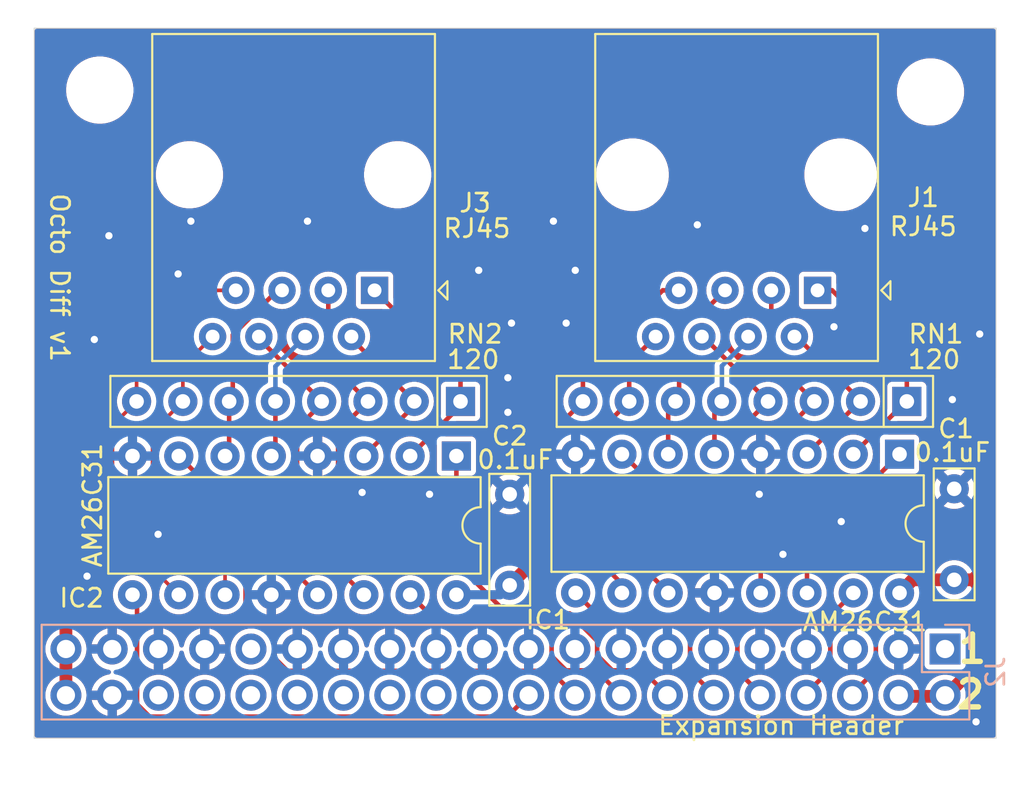
<source format=kicad_pcb>
(kicad_pcb (version 20240108) (generator "pcbnew") (generator_version "8.0")
  (title_block (title "Octo Diff") (date "2024-11-22") (rev "v1") (company "Scott Hanson"))
  (layers (0 "F.Cu" signal) (31 "B.Cu" signal) (34 "B.Paste" user) (35 "F.Paste" user) (36 "B.SilkS" user "B.Silkscreen") (37 "F.SilkS" user "F.Silkscreen") (38 "B.Mask" user) (39 "F.Mask" user) (44 "Edge.Cuts" user))
  (net 0 "")
  (net 1 "GND")
  (net 2 "+5V")
  (net 3 "/Serial4_N")
  (net 4 "/DATA23")
  (net 5 "/Serial5_N")
  (net 6 "/Serial8_N")
  (net 7 "/DATA21")
  (net 8 "/DATA24")
  (net 9 "/Serial1_N")
  (net 10 "/DATA22")
  (net 11 "/DATA20")
  (net 12 "/DATA19")
  (net 13 "/DATA18")
  (net 14 "/DATA17")
  (net 25 "/Serial3_P")
  (net 26 "/Serial4_P")
  (net 27 "/Serial1_P")
  (net 28 "/Serial2_P")
  (net 29 "/Serial3_N")
  (net 30 "/Serial2_N")
  (net 31 "/Serial6_N")
  (net 32 "Net-(IC2-4Y)")
  (net 33 "Net-(IC2-1Y)")
  (net 34 "/Serial8_P")
  (net 35 "Net-(IC2-1Z)")
  (net 36 "/Serial7_P")
  (footprint "Capacitor_THT:C_Rect_L7.0mm_W2.0mm_P5.00mm" (layer "F.Cu") (at 161.5 99.3 90)
    (property "Reference" "C1" (at 8.3 0.1 180) (layer "F.SilkS"))
    (property "Value" "0.1uF" (at 7 -0.1 180) (layer "F.SilkS"))
    (fp_line (start 6.12 -1.12) (end 6.12 1.12) (stroke (width 0.12)) (layer "F.SilkS"))
    (fp_line (start -1.12 -1.12) (end 6.12 -1.12) (stroke (width 0.12)) (layer "F.SilkS"))
    (fp_line (start -1.12 -1.12) (end -1.12 1.12) (stroke (width 0.12)) (layer "F.SilkS"))
    (fp_line (start -1.12 1.12) (end 6.12 1.12) (stroke (width 0.12)) (layer "F.SilkS"))
    (pad "1" thru_hole circle (at 0 0 90) (size 1.6 1.6) (drill 0.8) (layers "*.Cu" "*.Mask") (net 2 "+5V"))
    (pad "2" thru_hole circle (at 5 0 90) (size 1.6 1.6) (drill 0.8) (layers "*.Cu" "*.Mask") (net 1 "GND"))
  )
  (footprint "Connector_RJ:RJ45_Amphenol_54602-x08_Horizontal" (layer "F.Cu") (at 154 83.4 180)
    (property "Reference" "J1" (at -5.8 5.1 0) (layer "F.SilkS"))
    (property "Value" "RJ45" (at -5.8 3.5 0) (layer "F.SilkS"))
    (fp_line (start 12.205 -3.88) (end 12.205 14.08) (stroke (width 0.12)) (layer "F.SilkS"))
    (fp_line (start 12.205 -3.88) (end -3.315 -3.88) (stroke (width 0.12)) (layer "F.SilkS"))
    (fp_line (start -3.315 14.08) (end 12.205 14.08) (stroke (width 0.12)) (layer "F.SilkS"))
    (fp_line (start -3.315 -3.88) (end -3.315 14.08) (stroke (width 0.12)) (layer "F.SilkS"))
    (fp_line (start -3.5 0) (end -4 -0.5) (stroke (width 0.12)) (layer "F.SilkS"))
    (fp_line (start -4 0.5) (end -3.5 0) (stroke (width 0.12)) (layer "F.SilkS"))
    (fp_line (start -4 -0.5) (end -4 0.5) (stroke (width 0.12)) (layer "F.SilkS"))
    (pad "" np_thru_hole circle (at -1.27 6.35 180) (size 3.5 3.5) (drill 3.5) (layers "*.Cu" "*.Mask"))
    (pad "" np_thru_hole circle (at 10.16 6.35 180) (size 3.5 3.5) (drill 3.5) (layers "*.Cu" "*.Mask"))
    (pad "1" thru_hole rect (at 0 0 180) (size 1.5 1.5) (drill 0.76) (layers "*.Cu" "*.Mask") (net 27 "/Serial1_P"))
    (pad "2" thru_hole circle (at 1.27 -2.54 180) (size 1.5 1.5) (drill 0.76) (layers "*.Cu" "*.Mask") (net 9 "/Serial1_N"))
    (pad "3" thru_hole circle (at 2.54 0 180) (size 1.5 1.5) (drill 0.76) (layers "*.Cu" "*.Mask") (net 28 "/Serial2_P"))
    (pad "4" thru_hole circle (at 3.81 -2.54 180) (size 1.5 1.5) (drill 0.76) (layers "*.Cu" "*.Mask") (net 29 "/Serial3_N"))
    (pad "5" thru_hole circle (at 5.08 0 180) (size 1.5 1.5) (drill 0.76) (layers "*.Cu" "*.Mask") (net 25 "/Serial3_P"))
    (pad "6" thru_hole circle (at 6.35 -2.54 180) (size 1.5 1.5) (drill 0.76) (layers "*.Cu" "*.Mask") (net 30 "/Serial2_N"))
    (pad "7" thru_hole circle (at 7.62 0 180) (size 1.5 1.5) (drill 0.76) (layers "*.Cu" "*.Mask") (net 26 "/Serial4_P"))
    (pad "8" thru_hole circle (at 8.89 -2.54 180) (size 1.5 1.5) (drill 0.76) (layers "*.Cu" "*.Mask") (net 3 "/Serial4_N"))
  )
  (footprint "Resistor_THT:R_Array_SIP8" (layer "F.Cu") (at 158.9 89.5 180)
    (property "Reference" "RN1" (at -1.6 3.7 0) (layer "F.SilkS"))
    (property "Value" "120" (at -1.5 2.3 0) (layer "F.SilkS"))
    (fp_line (start 19.22 1.4) (end 19.22 -1.4) (stroke (width 0.12)) (layer "F.SilkS"))
    (fp_line (start 19.22 -1.4) (end -1.44 -1.4) (stroke (width 0.12)) (layer "F.SilkS"))
    (fp_line (start 1.27 -1.4) (end 1.27 1.4) (stroke (width 0.12)) (layer "F.SilkS"))
    (fp_line (start -1.44 1.4) (end 19.22 1.4) (stroke (width 0.12)) (layer "F.SilkS"))
    (fp_line (start -1.44 -1.4) (end -1.44 1.4) (stroke (width 0.12)) (layer "F.SilkS"))
    (pad "1" thru_hole rect (at 0 0 180) (size 1.6 1.6) (drill 0.8) (layers "*.Cu" "*.Mask") (net 27 "/Serial1_P"))
    (pad "2" thru_hole oval (at 2.54 0 180) (size 1.6 1.6) (drill 0.8) (layers "*.Cu" "*.Mask") (net 9 "/Serial1_N"))
    (pad "3" thru_hole oval (at 5.08 0 180) (size 1.6 1.6) (drill 0.8) (layers "*.Cu" "*.Mask") (net 28 "/Serial2_P"))
    (pad "4" thru_hole oval (at 7.62 0 180) (size 1.6 1.6) (drill 0.8) (layers "*.Cu" "*.Mask") (net 30 "/Serial2_N"))
    (pad "5" thru_hole oval (at 10.16 0 180) (size 1.6 1.6) (drill 0.8) (layers "*.Cu" "*.Mask") (net 29 "/Serial3_N"))
    (pad "6" thru_hole oval (at 12.7 0 180) (size 1.6 1.6) (drill 0.8) (layers "*.Cu" "*.Mask") (net 25 "/Serial3_P"))
    (pad "7" thru_hole oval (at 15.24 0 180) (size 1.6 1.6) (drill 0.8) (layers "*.Cu" "*.Mask") (net 3 "/Serial4_N"))
    (pad "8" thru_hole oval (at 17.78 0 180) (size 1.6 1.6) (drill 0.8) (layers "*.Cu" "*.Mask") (net 26 "/Serial4_P"))
  )
  (footprint "Package_DIP:DIP-16_W7.62mm" (layer "F.Cu") (at 158.5 92.4 -90)
    (property "Reference" "IC1" (at 9.1 19.3 180) (layer "F.SilkS"))
    (property "Value" "AM26C31" (at 9.2 1.9 180) (layer "F.SilkS"))
    (fp_line (start 1.16 19.11) (end 6.46 19.11) (stroke (width 0.12)) (layer "F.SilkS"))
    (fp_line (start 6.46 19.11) (end 6.46 -1.33) (stroke (width 0.12)) (layer "F.SilkS"))
    (fp_line (start 1.16 -1.33) (end 1.16 19.11) (stroke (width 0.12)) (layer "F.SilkS"))
    (fp_line (start 2.81 -1.33) (end 1.16 -1.33) (stroke (width 0.12)) (layer "F.SilkS"))
    (fp_line (start 6.46 -1.33) (end 4.81 -1.33) (stroke (width 0.12)) (layer "F.SilkS"))
    (fp_arc (start 4.81 -1.33) (mid 3.81 -0.33) (end 2.81 -1.33) (stroke (width 0.12)) (layer "F.SilkS"))
    (pad "1" thru_hole rect (at 0 0 270) (size 1.6 1.6) (drill 0.8) (layers "*.Cu" "*.Mask") (net 14 "/DATA17"))
    (pad "2" thru_hole oval (at 0 2.54 270) (size 1.6 1.6) (drill 0.8) (layers "*.Cu" "*.Mask") (net 27 "/Serial1_P"))
    (pad "3" thru_hole oval (at 0 5.08 270) (size 1.6 1.6) (drill 0.8) (layers "*.Cu" "*.Mask") (net 9 "/Serial1_N"))
    (pad "4" thru_hole oval (at 0 7.62 270) (size 1.6 1.6) (drill 0.8) (layers "*.Cu" "*.Mask") (net 1 "GND"))
    (pad "5" thru_hole oval (at 0 10.16 270) (size 1.6 1.6) (drill 0.8) (layers "*.Cu" "*.Mask") (net 29 "/Serial3_N"))
    (pad "6" thru_hole oval (at 0 12.7 270) (size 1.6 1.6) (drill 0.8) (layers "*.Cu" "*.Mask") (net 25 "/Serial3_P"))
    (pad "7" thru_hole oval (at 0 15.24 270) (size 1.6 1.6) (drill 0.8) (layers "*.Cu" "*.Mask") (net 12 "/DATA19"))
    (pad "8" thru_hole oval (at 0 17.78 270) (size 1.6 1.6) (drill 0.8) (layers "*.Cu" "*.Mask") (net 1 "GND"))
    (pad "9" thru_hole oval (at 7.62 17.78 270) (size 1.6 1.6) (drill 0.8) (layers "*.Cu" "*.Mask") (net 11 "/DATA20"))
    (pad "10" thru_hole oval (at 7.62 15.24 270) (size 1.6 1.6) (drill 0.8) (layers "*.Cu" "*.Mask") (net 26 "/Serial4_P"))
    (pad "11" thru_hole oval (at 7.62 12.7 270) (size 1.6 1.6) (drill 0.8) (layers "*.Cu" "*.Mask") (net 3 "/Serial4_N"))
    (pad "12" thru_hole oval (at 7.62 10.16 270) (size 1.6 1.6) (drill 0.8) (layers "*.Cu" "*.Mask") (net 1 "GND"))
    (pad "13" thru_hole oval (at 7.62 7.62 270) (size 1.6 1.6) (drill 0.8) (layers "*.Cu" "*.Mask") (net 30 "/Serial2_N"))
    (pad "14" thru_hole oval (at 7.62 5.08 270) (size 1.6 1.6) (drill 0.8) (layers "*.Cu" "*.Mask") (net 28 "/Serial2_P"))
    (pad "15" thru_hole oval (at 7.62 2.54 270) (size 1.6 1.6) (drill 0.8) (layers "*.Cu" "*.Mask") (net 13 "/DATA18"))
    (pad "16" thru_hole oval (at 7.62 0 270) (size 1.6 1.6) (drill 0.8) (layers "*.Cu" "*.Mask") (net 2 "+5V"))
  )
  (footprint "Resistor_THT:R_Array_SIP8" (layer "F.Cu") (at 134.4 89.5 180)
    (property "Reference" "RN2" (at -0.8 3.7 0) (layer "F.SilkS"))
    (property "Value" "120" (at -0.7 2.3 0) (layer "F.SilkS"))
    (fp_line (start 19.22 1.4) (end 19.22 -1.4) (stroke (width 0.12)) (layer "F.SilkS"))
    (fp_line (start 19.22 -1.4) (end -1.44 -1.4) (stroke (width 0.12)) (layer "F.SilkS"))
    (fp_line (start 1.27 -1.4) (end 1.27 1.4) (stroke (width 0.12)) (layer "F.SilkS"))
    (fp_line (start -1.44 1.4) (end 19.22 1.4) (stroke (width 0.12)) (layer "F.SilkS"))
    (fp_line (start -1.44 -1.4) (end -1.44 1.4) (stroke (width 0.12)) (layer "F.SilkS"))
    (pad "1" thru_hole rect (at 0 0 180) (size 1.6 1.6) (drill 0.8) (layers "*.Cu" "*.Mask") (net 33 "Net-(IC2-1Y)"))
    (pad "2" thru_hole oval (at 2.54 0 180) (size 1.6 1.6) (drill 0.8) (layers "*.Cu" "*.Mask") (net 35 "Net-(IC2-1Z)"))
    (pad "3" thru_hole oval (at 5.08 0 180) (size 1.6 1.6) (drill 0.8) (layers "*.Cu" "*.Mask") (net 32 "Net-(IC2-4Y)"))
    (pad "4" thru_hole oval (at 7.62 0 180) (size 1.6 1.6) (drill 0.8) (layers "*.Cu" "*.Mask") (net 31 "/Serial6_N"))
    (pad "5" thru_hole oval (at 10.16 0 180) (size 1.6 1.6) (drill 0.8) (layers "*.Cu" "*.Mask") (net 5 "/Serial5_N"))
    (pad "6" thru_hole oval (at 12.7 0 180) (size 1.6 1.6) (drill 0.8) (layers "*.Cu" "*.Mask") (net 36 "/Serial7_P"))
    (pad "7" thru_hole oval (at 15.24 0 180) (size 1.6 1.6) (drill 0.8) (layers "*.Cu" "*.Mask") (net 6 "/Serial8_N"))
    (pad "8" thru_hole oval (at 17.78 0 180) (size 1.6 1.6) (drill 0.8) (layers "*.Cu" "*.Mask") (net 34 "/Serial8_P"))
  )
  (footprint "Connector_RJ:RJ45_Amphenol_54602-x08_Horizontal" (layer "F.Cu") (at 129.6825 83.4 180)
    (property "Reference" "J3" (at -5.5175 4.8 0) (layer "F.SilkS"))
    (property "Value" "RJ45" (at -5.6175 3.4 0) (layer "F.SilkS"))
    (fp_line (start 12.205 -3.88) (end 12.205 14.08) (stroke (width 0.12)) (layer "F.SilkS"))
    (fp_line (start 12.205 -3.88) (end -3.315 -3.88) (stroke (width 0.12)) (layer "F.SilkS"))
    (fp_line (start -3.315 14.08) (end 12.205 14.08) (stroke (width 0.12)) (layer "F.SilkS"))
    (fp_line (start -3.315 -3.88) (end -3.315 14.08) (stroke (width 0.12)) (layer "F.SilkS"))
    (fp_line (start -3.5 0) (end -4 -0.5) (stroke (width 0.12)) (layer "F.SilkS"))
    (fp_line (start -4 0.5) (end -3.5 0) (stroke (width 0.12)) (layer "F.SilkS"))
    (fp_line (start -4 -0.5) (end -4 0.5) (stroke (width 0.12)) (layer "F.SilkS"))
    (pad "" np_thru_hole circle (at -1.27 6.35 180) (size 3.2 3.2) (drill 3.2) (layers "*.Cu" "*.Mask"))
    (pad "" np_thru_hole circle (at 10.16 6.35 180) (size 3.2 3.2) (drill 3.2) (layers "*.Cu" "*.Mask"))
    (pad "1" thru_hole rect (at 0 0 180) (size 1.5 1.5) (drill 0.76) (layers "*.Cu" "*.Mask") (net 33 "Net-(IC2-1Y)"))
    (pad "2" thru_hole circle (at 1.27 -2.54 180) (size 1.5 1.5) (drill 0.76) (layers "*.Cu" "*.Mask") (net 35 "Net-(IC2-1Z)"))
    (pad "3" thru_hole circle (at 2.54 0 180) (size 1.5 1.5) (drill 0.76) (layers "*.Cu" "*.Mask") (net 32 "Net-(IC2-4Y)"))
    (pad "4" thru_hole circle (at 3.81 -2.54 180) (size 1.5 1.5) (drill 0.76) (layers "*.Cu" "*.Mask") (net 5 "/Serial5_N"))
    (pad "5" thru_hole circle (at 5.08 0 180) (size 1.5 1.5) (drill 0.76) (layers "*.Cu" "*.Mask") (net 36 "/Serial7_P"))
    (pad "6" thru_hole circle (at 6.35 -2.54 180) (size 1.5 1.5) (drill 0.76) (layers "*.Cu" "*.Mask") (net 31 "/Serial6_N"))
    (pad "7" thru_hole circle (at 7.62 0 180) (size 1.5 1.5) (drill 0.76) (layers "*.Cu" "*.Mask") (net 34 "/Serial8_P"))
    (pad "8" thru_hole circle (at 8.89 -2.54 180) (size 1.5 1.5) (drill 0.76) (layers "*.Cu" "*.Mask") (net 6 "/Serial8_N"))
  )
  (footprint "Package_DIP:DIP-16_W7.62mm" (layer "F.Cu") (at 134.175 92.5 -90)
    (property "Reference" "IC2" (at 7.8 20.575 180) (layer "F.SilkS"))
    (property "Value" "AM26C31" (at 2.7 19.975 90) (layer "F.SilkS"))
    (fp_line (start 1.16 19.11) (end 6.46 19.11) (stroke (width 0.12)) (layer "F.SilkS"))
    (fp_line (start 6.46 19.11) (end 6.46 -1.33) (stroke (width 0.12)) (layer "F.SilkS"))
    (fp_line (start 1.16 -1.33) (end 1.16 19.11) (stroke (width 0.12)) (layer "F.SilkS"))
    (fp_line (start 2.81 -1.33) (end 1.16 -1.33) (stroke (width 0.12)) (layer "F.SilkS"))
    (fp_line (start 6.46 -1.33) (end 4.81 -1.33) (stroke (width 0.12)) (layer "F.SilkS"))
    (fp_arc (start 4.81 -1.33) (mid 3.81 -0.33) (end 2.81 -1.33) (stroke (width 0.12)) (layer "F.SilkS"))
    (pad "1" thru_hole rect (at 0 0 270) (size 1.6 1.6) (drill 0.8) (layers "*.Cu" "*.Mask") (net 7 "/DATA21"))
    (pad "2" thru_hole oval (at 0 2.54 270) (size 1.6 1.6) (drill 0.8) (layers "*.Cu" "*.Mask") (net 33 "Net-(IC2-1Y)"))
    (pad "3" thru_hole oval (at 0 5.08 270) (size 1.6 1.6) (drill 0.8) (layers "*.Cu" "*.Mask") (net 35 "Net-(IC2-1Z)"))
    (pad "4" thru_hole oval (at 0 7.62 270) (size 1.6 1.6) (drill 0.8) (layers "*.Cu" "*.Mask") (net 1 "GND"))
    (pad "5" thru_hole oval (at 0 10.16 270) (size 1.6 1.6) (drill 0.8) (layers "*.Cu" "*.Mask") (net 5 "/Serial5_N"))
    (pad "6" thru_hole oval (at 0 12.7 270) (size 1.6 1.6) (drill 0.8) (layers "*.Cu" "*.Mask") (net 36 "/Serial7_P"))
    (pad "7" thru_hole oval (at 0 15.24 270) (size 1.6 1.6) (drill 0.8) (layers "*.Cu" "*.Mask") (net 4 "/DATA23"))
    (pad "8" thru_hole oval (at 0 17.78 270) (size 1.6 1.6) (drill 0.8) (layers "*.Cu" "*.Mask") (net 1 "GND"))
    (pad "9" thru_hole oval (at 7.62 17.78 270) (size 1.6 1.6) (drill 0.8) (layers "*.Cu" "*.Mask") (net 8 "/DATA24"))
    (pad "10" thru_hole oval (at 7.62 15.24 270) (size 1.6 1.6) (drill 0.8) (layers "*.Cu" "*.Mask") (net 34 "/Serial8_P"))
    (pad "11" thru_hole oval (at 7.62 12.7 270) (size 1.6 1.6) (drill 0.8) (layers "*.Cu" "*.Mask") (net 6 "/Serial8_N"))
    (pad "12" thru_hole oval (at 7.62 10.16 270) (size 1.6 1.6) (drill 0.8) (layers "*.Cu" "*.Mask") (net 1 "GND"))
    (pad "13" thru_hole oval (at 7.62 7.62 270) (size 1.6 1.6) (drill 0.8) (layers "*.Cu" "*.Mask") (net 31 "/Serial6_N"))
    (pad "14" thru_hole oval (at 7.62 5.08 270) (size 1.6 1.6) (drill 0.8) (layers "*.Cu" "*.Mask") (net 32 "Net-(IC2-4Y)"))
    (pad "15" thru_hole oval (at 7.62 2.54 270) (size 1.6 1.6) (drill 0.8) (layers "*.Cu" "*.Mask") (net 10 "/DATA22"))
    (pad "16" thru_hole oval (at 7.62 0 270) (size 1.6 1.6) (drill 0.8) (layers "*.Cu" "*.Mask") (net 2 "+5V"))
  )
  (footprint "MountingHole:MountingHole_3.2mm_M3" (layer "F.Cu") (at 160.2 72.5)
    (property "Reference" "H2")
    (property "Value" "MountingHole")
    (pad "" np_thru_hole circle (at 0 0) (size 3.2 3.2) (drill 3.2) (layers "*.Cu" "*.Mask"))
  )
  (footprint "MountingHole:MountingHole_3.2mm_M3" (layer "F.Cu") (at 114.6 72.55)
    (property "Reference" "H1")
    (property "Value" "MountingHole")
    (pad "" np_thru_hole circle (at 0 -0.15) (size 3.2 3.2) (drill 3.2) (layers "F&B.Cu" "*.Mask"))
  )
  (footprint "Capacitor_THT:C_Rect_L7.0mm_W2.0mm_P5.00mm" (layer "F.Cu") (at 137.1 99.6 90)
    (property "Reference" "C2" (at 8.2 0 180) (layer "F.SilkS"))
    (property "Value" "0.1uF" (at 6.9 0.3 180) (layer "F.SilkS"))
    (fp_line (start 6.12 -1.12) (end 6.12 1.12) (stroke (width 0.12)) (layer "F.SilkS"))
    (fp_line (start -1.12 -1.12) (end 6.12 -1.12) (stroke (width 0.12)) (layer "F.SilkS"))
    (fp_line (start -1.12 -1.12) (end -1.12 1.12) (stroke (width 0.12)) (layer "F.SilkS"))
    (fp_line (start -1.12 1.12) (end 6.12 1.12) (stroke (width 0.12)) (layer "F.SilkS"))
    (pad "1" thru_hole circle (at 0 0 90) (size 1.6 1.6) (drill 0.8) (layers "*.Cu" "*.Mask") (net 2 "+5V"))
    (pad "2" thru_hole circle (at 5 0 90) (size 1.6 1.6) (drill 0.8) (layers "*.Cu" "*.Mask") (net 1 "GND"))
  )
  (footprint "Connector_PinSocket_2.54mm:PinSocket_2x20_P2.54mm_Vertical" (layer "B.Cu") (at 161 103.1 90)
    (property "Reference" "J2" (at -1.27 2.77 90) (layer "B.SilkS") (effects (justify mirror)))
    (property "Value" "Expansion Header")
    (fp_line (start 1.33 -49.59) (end -3.87 -49.59) (stroke (width 0.12)) (layer "B.SilkS"))
    (fp_line (start 1.33 -49.59) (end 1.33 -1.27) (stroke (width 0.12)) (layer "B.SilkS"))
    (fp_line (start -3.87 -49.59) (end -3.87 1.33) (stroke (width 0.12)) (layer "B.SilkS"))
    (fp_line (start 1.33 -1.27) (end -1.27 -1.27) (stroke (width 0.12)) (layer "B.SilkS"))
    (fp_line (start -1.27 -1.27) (end -1.27 1.33) (stroke (width 0.12)) (layer "B.SilkS"))
    (fp_line (start 1.33 0) (end 1.33 1.33) (stroke (width 0.12)) (layer "B.SilkS"))
    (fp_line (start 1.33 1.33) (end 0 1.33) (stroke (width 0.12)) (layer "B.SilkS"))
    (fp_line (start -1.27 1.33) (end -3.87 1.33) (stroke (width 0.12)) (layer "B.SilkS"))
    (pad "1" thru_hole rect (at 0 0 90) (size 1.7 1.7) (drill 1) (layers "*.Cu" "*.Mask"))
    (pad "2" thru_hole oval (at -2.54 0 90) (size 1.7 1.7) (drill 1) (layers "*.Cu" "*.Mask") (net 2 "+5V"))
    (pad "3" thru_hole oval (at 0 -2.54 90) (size 1.7 1.7) (drill 1) (layers "*.Cu" "*.Mask") (net 1 "GND"))
    (pad "4" thru_hole oval (at -2.54 -2.54 90) (size 1.7 1.7) (drill 1) (layers "*.Cu" "*.Mask") (net 2 "+5V"))
    (pad "5" thru_hole oval (at 0 -5.08 90) (size 1.7 1.7) (drill 1) (layers "*.Cu" "*.Mask") (net 1 "GND"))
    (pad "6" thru_hole oval (at -2.54 -5.08 90) (size 1.7 1.7) (drill 1) (layers "*.Cu" "*.Mask") (net 14 "/DATA17"))
    (pad "7" thru_hole oval (at 0 -7.62 90) (size 1.7 1.7) (drill 1) (layers "*.Cu" "*.Mask") (net 1 "GND"))
    (pad "8" thru_hole oval (at -2.54 -7.62 90) (size 1.7 1.7) (drill 1) (layers "*.Cu" "*.Mask") (net 13 "/DATA18"))
    (pad "9" thru_hole oval (at 0 -10.16 90) (size 1.7 1.7) (drill 1) (layers "*.Cu" "*.Mask") (net 1 "GND"))
    (pad "10" thru_hole oval (at -2.54 -10.16 90) (size 1.7 1.7) (drill 1) (layers "*.Cu" "*.Mask") (net 12 "/DATA19"))
    (pad "11" thru_hole oval (at 0 -12.7 90) (size 1.7 1.7) (drill 1) (layers "*.Cu" "*.Mask") (net 1 "GND"))
    (pad "12" thru_hole oval (at -2.54 -12.7 90) (size 1.7 1.7) (drill 1) (layers "*.Cu" "*.Mask") (net 11 "/DATA20"))
    (pad "13" thru_hole oval (at 0 -15.24 90) (size 1.7 1.7) (drill 1) (layers "*.Cu" "*.Mask") (net 1 "GND"))
    (pad "14" thru_hole oval (at -2.54 -15.24 90) (size 1.7 1.7) (drill 1) (layers "*.Cu" "*.Mask") (net 7 "/DATA21"))
    (pad "15" thru_hole oval (at 0 -17.78 90) (size 1.7 1.7) (drill 1) (layers "*.Cu" "*.Mask") (net 1 "GND"))
    (pad "16" thru_hole oval (at -2.54 -17.78 90) (size 1.7 1.7) (drill 1) (layers "*.Cu" "*.Mask") (net 10 "/DATA22"))
    (pad "17" thru_hole oval (at 0 -20.32 90) (size 1.7 1.7) (drill 1) (layers "*.Cu" "*.Mask") (net 1 "GND"))
    (pad "18" thru_hole oval (at -2.54 -20.32 90) (size 1.7 1.7) (drill 1) (layers "*.Cu" "*.Mask") (net 4 "/DATA23"))
    (pad "19" thru_hole oval (at 0 -22.86 90) (size 1.7 1.7) (drill 1) (layers "*.Cu" "*.Mask") (net 1 "GND"))
    (pad "20" thru_hole oval (at -2.54 -22.86 90) (size 1.7 1.7) (drill 1) (layers "*.Cu" "*.Mask") (net 8 "/DATA24"))
    (pad "21" thru_hole oval (at 0 -25.4 90) (size 1.7 1.7) (drill 1) (layers "*.Cu" "*.Mask") (net 1 "GND"))
    (pad "22" thru_hole oval (at -2.54 -25.4 90) (size 1.7 1.7) (drill 1) (layers "*.Cu" "*.Mask"))
    (pad "23" thru_hole oval (at 0 -27.94 90) (size 1.7 1.7) (drill 1) (layers "*.Cu" "*.Mask") (net 1 "GND"))
    (pad "24" thru_hole oval (at -2.54 -27.94 90) (size 1.7 1.7) (drill 1) (layers "*.Cu" "*.Mask"))
    (pad "25" thru_hole oval (at 0 -30.48 90) (size 1.7 1.7) (drill 1) (layers "*.Cu" "*.Mask") (net 1 "GND"))
    (pad "26" thru_hole oval (at -2.54 -30.48 90) (size 1.7 1.7) (drill 1) (layers "*.Cu" "*.Mask"))
    (pad "27" thru_hole oval (at 0 -33.02 90) (size 1.7 1.7) (drill 1) (layers "*.Cu" "*.Mask") (net 1 "GND"))
    (pad "28" thru_hole oval (at -2.54 -33.02 90) (size 1.7 1.7) (drill 1) (layers "*.Cu" "*.Mask"))
    (pad "29" thru_hole oval (at 0 -35.56 90) (size 1.7 1.7) (drill 1) (layers "*.Cu" "*.Mask") (net 1 "GND"))
    (pad "30" thru_hole oval (at -2.54 -35.56 90) (size 1.7 1.7) (drill 1) (layers "*.Cu" "*.Mask"))
    (pad "31" thru_hole oval (at 0 -38.1 90) (size 1.7 1.7) (drill 1) (layers "*.Cu" "*.Mask"))
    (pad "32" thru_hole oval (at -2.54 -38.1 90) (size 1.7 1.7) (drill 1) (layers "*.Cu" "*.Mask"))
    (pad "33" thru_hole oval (at 0 -40.64 90) (size 1.7 1.7) (drill 1) (layers "*.Cu" "*.Mask") (net 1 "GND"))
    (pad "34" thru_hole oval (at -2.54 -40.64 90) (size 1.7 1.7) (drill 1) (layers "*.Cu" "*.Mask"))
    (pad "35" thru_hole oval (at 0 -43.18 90) (size 1.7 1.7) (drill 1) (layers "*.Cu" "*.Mask") (net 1 "GND"))
    (pad "36" thru_hole oval (at -2.54 -43.18 90) (size 1.7 1.7) (drill 1) (layers "*.Cu" "*.Mask"))
    (pad "37" thru_hole oval (at 0 -45.72 90) (size 1.7 1.7) (drill 1) (layers "*.Cu" "*.Mask") (net 1 "GND"))
    (pad "38" thru_hole oval (at -2.54 -45.72 90) (size 1.7 1.7) (drill 1) (layers "*.Cu" "*.Mask") (net 1 "GND"))
    (pad "39" thru_hole oval (at 0 -48.26 90) (size 1.7 1.7) (drill 1) (layers "*.Cu" "*.Mask") (net 2 "+5V"))
    (pad "40" thru_hole oval (at -2.54 -48.26 90) (size 1.7 1.7) (drill 1) (layers "*.Cu" "*.Mask") (net 2 "+5V"))
  )
  (gr_line (start 111 108) (end 163.8 108) (stroke (width 0.05)) (layer "Edge.Cuts"))
  (gr_line (start 163.8 69) (end 111 69) (stroke (width 0.05)) (layer "Edge.Cuts"))
  (gr_line (start 163.8 108) (end 163.8 69) (stroke (width 0.05)) (layer "Edge.Cuts"))
  (gr_line (start 111 69) (end 111 108) (stroke (width 0.05)) (layer "Edge.Cuts"))
  (gr_text "${TITLE} ${REVISION}" (at 112.4 82.7 270) (layer "F.SilkS") (effects (font (size 1 1))))
  (gr_text "2" (at 162.4 105.6 0) (layer "F.SilkS") (effects (font (size 1.5 1.5) (thickness 0.3))))
  (gr_text "Expansion Header" (at 152 107.3 0) (layer "F.SilkS") (effects (font (size 1 1))))
  (gr_text "1" (at 162.5 103.1 0) (layer "F.SilkS") (effects (font (size 1.5 1.5) (thickness 0.3))))
  (via (at 162.9 85.8) (size 0.8) (drill 0.4) (layers "F.Cu" "B.Cu") (net 1))
  (via (at 147.4 79.8) (size 0.8) (drill 0.4) (layers "F.Cu" "B.Cu") (net 1))
  (via (at 129 94.5) (size 0.8) (drill 0.4) (layers "F.Cu" "B.Cu") (net 1))
  (via (at 154.9 85.4) (size 0.8) (drill 0.4) (layers "F.Cu" "B.Cu") (net 1))
  (via (at 113.9 99.1) (size 0.8) (drill 0.4) (layers "F.Cu" "B.Cu") (net 1))
  (via (at 126 79.6) (size 0.8) (drill 0.4) (layers "F.Cu" "B.Cu") (net 1))
  (via (at 161.4 89.4) (size 0.8) (drill 0.4) (layers "F.Cu" "B.Cu") (net 1))
  (via (at 156.6 80) (size 0.8) (drill 0.4) (layers "F.Cu" "B.Cu") (net 1))
  (via (at 114.3 86.1) (size 0.8) (drill 0.4) (layers "F.Cu" "B.Cu") (net 1))
  (via (at 152.1 97.9) (size 0.8) (drill 0.4) (layers "F.Cu" "B.Cu") (net 1))
  (via (at 132.7 94.6) (size 0.8) (drill 0.4) (layers "F.Cu" "B.Cu") (net 1))
  (via (at 137 90.1) (size 0.8) (drill 0.4) (layers "F.Cu" "B.Cu") (net 1))
  (via (at 140.2 85.2) (size 0.8) (drill 0.4) (layers "F.Cu" "B.Cu") (net 1))
  (via (at 150.8 94.6) (size 0.8) (drill 0.4) (layers "F.Cu" "B.Cu") (net 1))
  (via (at 115.1 80.4) (size 0.8) (drill 0.4) (layers "F.Cu" "B.Cu") (net 1))
  (via (at 155.3 96.1) (size 0.8) (drill 0.4) (layers "F.Cu" "B.Cu") (net 1))
  (via (at 137.2 85.2) (size 0.8) (drill 0.4) (layers "F.Cu" "B.Cu") (net 1))
  (via (at 117.8 96.8) (size 0.8) (drill 0.4) (layers "F.Cu" "B.Cu") (net 1))
  (via (at 137 88.2) (size 0.8) (drill 0.4) (layers "F.Cu" "B.Cu") (net 1))
  (via (at 119.6 79.6) (size 0.8) (drill 0.4) (layers "F.Cu" "B.Cu") (net 1))
  (via (at 135.4 82.3) (size 0.8) (drill 0.4) (layers "F.Cu" "B.Cu") (net 1))
  (via (at 139.5 79.6) (size 0.8) (drill 0.4) (layers "F.Cu" "B.Cu") (net 1))
  (via (at 118.9 82.5) (size 0.8) (drill 0.4) (layers "F.Cu" "B.Cu") (net 1))
  (via (at 140.7 82.3) (size 0.8) (drill 0.4) (layers "F.Cu" "B.Cu") (net 1))
  (via (at 162.7 107.1) (size 0.8) (drill 0.4) (layers "F.Cu" "B.Cu") (net 1))
  (segment (start 163.2 98.62499) (end 162.52499 99.3) (width 0.7) (layer "F.Cu") (net 2))
  (segment (start 138.625 81.125) (end 138.6 81.1) (width 0.7) (layer "F.Cu") (net 2))
  (segment (start 162.8 103.9151) (end 161.0151 105.7) (width 0.7) (layer "F.Cu") (net 2))
  (segment (start 161.5 99.3) (end 159.22 99.3) (width 0.7) (layer "F.Cu") (net 2))
  (segment (start 161.5 99.3) (end 162.52499 99.3) (width 0.7) (layer "F.Cu") (net 2))
  (segment (start 112.74 85.46) (end 117.1 81.1) (width 0.7) (layer "F.Cu") (net 2))
  (segment (start 162.52499 99.3) (end 162.8 99.57501) (width 0.7) (layer "F.Cu") (net 2))
  (segment (start 138.6 98.1) (end 138.625 98.075) (width 0.7) (layer "F.Cu") (net 2))
  (segment (start 159.22 99.3) (end 158.5 100.02) (width 0.7) (layer "F.Cu") (net 2))
  (segment (start 161.0151 105.7) (end 158.62 105.7) (width 0.7) (layer "F.Cu") (net 2))
  (segment (start 112.74 105.64) (end 112.74 103.1) (width 0.7) (layer "F.Cu") (net 2))
  (segment (start 117.1 81.1) (end 138.1 81.1) (width 0.7) (layer "F.Cu") (net 2))
  (segment (start 138.625 98.075) (end 138.625 81.125) (width 0.7) (layer "F.Cu") (net 2))
  (segment (start 138.1 81.1) (end 155.5 81.1) (width 0.7) (layer "F.Cu") (net 2))
  (segment (start 137.1 99.6) (end 138.6 98.1) (width 0.7) (layer "F.Cu") (net 2))
  (segment (start 163.2 88.8) (end 163.2 98.62499) (width 0.7) (layer "F.Cu") (net 2))
  (segment (start 112.74 103.1) (end 112.74 85.46) (width 0.7) (layer "F.Cu") (net 2))
  (segment (start 155.5 81.1) (end 163.2 88.8) (width 0.7) (layer "F.Cu") (net 2))
  (segment (start 162.8 99.57501) (end 162.8 103.9151) (width 0.7) (layer "F.Cu") (net 2))
  (segment (start 138.6 81.1) (end 138.1 81.1) (width 0.5) (layer "F.Cu") (net 2))
  (segment (start 136.58 100.12) (end 137.1 99.6) (width 0.5) (layer "B.Cu") (net 2))
  (segment (start 134.175 100.12) (end 136.58 100.12) (width 0.5) (layer "B.Cu") (net 2))
  (segment (start 143.66 87.39) (end 145.11 85.94) (width 0.25) (layer "F.Cu") (net 3))
  (segment (start 142 91.16) (end 143.66 89.5) (width 0.25) (layer "F.Cu") (net 3))
  (segment (start 142 96.2) (end 142 91.16) (width 0.25) (layer "F.Cu") (net 3))
  (segment (start 145.8 100.02) (end 145.8 100) (width 0.25) (layer "F.Cu") (net 3))
  (segment (start 145.8 100) (end 142 96.2) (width 0.25) (layer "F.Cu") (net 3))
  (segment (start 143.66 89.5) (end 143.66 87.39) (width 0.25) (layer "F.Cu") (net 3))
  (segment (start 124.9 104.3) (end 124.2 103.6) (width 0.25) (layer "F.Cu") (net 4))
  (segment (start 122.6 96.165) (end 118.935 92.5) (width 0.25) (layer "F.Cu") (net 4))
  (segment (start 124.2 102.3) (end 122.6 100.7) (width 0.25) (layer "F.Cu") (net 4))
  (segment (start 140.68 105.64) (end 139.34 104.3) (width 0.25) (layer "F.Cu") (net 4))
  (segment (start 124.2 103.6) (end 124.2 102.3) (width 0.25) (layer "F.Cu") (net 4))
  (segment (start 122.6 100.7) (end 122.6 96.165) (width 0.25) (layer "F.Cu") (net 4))
  (segment (start 139.34 104.3) (end 124.9 104.3) (width 0.25) (layer "F.Cu") (net 4))
  (segment (start 124.24 89.5) (end 124.24 92.275) (width 0.25) (layer "F.Cu") (net 5))
  (segment (start 124.24 92.275) (end 124.015 92.5) (width 0.25) (layer "F.Cu") (net 5))
  (segment (start 124.24 87.5725) (end 125.8725 85.94) (width 0.25) (layer "B.Cu") (net 5))
  (segment (start 124.24 89.5) (end 124.24 87.5725) (width 0.25) (layer "B.Cu") (net 5))
  (segment (start 117.495 94.395) (end 117.495 91.165) (width 0.2) (layer "F.Cu") (net 6))
  (segment (start 119.16 89.5) (end 119.16 87.5725) (width 0.2) (layer "F.Cu") (net 6))
  (segment (start 121.475 100.12) (end 121.475 98.375) (width 0.2) (layer "F.Cu") (net 6))
  (segment (start 121.475 98.375) (end 117.495 94.395) (width 0.2) (layer "F.Cu") (net 6))
  (segment (start 117.495 91.165) (end 119.16 89.5) (width 0.2) (layer "F.Cu") (net 6))
  (segment (start 119.16 87.5725) (end 120.7925 85.94) (width 0.2) (layer "F.Cu") (net 6))
  (segment (start 141.9 102.658299) (end 141.9 103.441701) (width 0.25) (layer "F.Cu") (net 7))
  (segment (start 136.945 101.145) (end 140.386701 101.145) (width 0.25) (layer "F.Cu") (net 7))
  (segment (start 141.9 103.441701) (end 142.733299 104.275) (width 0.25) (layer "F.Cu") (net 7))
  (segment (start 134.175 98.375) (end 136.945 101.145) (width 0.25) (layer "F.Cu") (net 7))
  (segment (start 134.175 92.5) (end 134.175 98.375) (width 0.25) (layer "F.Cu") (net 7))
  (segment (start 140.386701 101.145) (end 141.9 102.658299) (width 0.25) (layer "F.Cu") (net 7))
  (segment (start 142.733299 104.275) (end 144.395 104.275) (width 0.25) (layer "F.Cu") (net 7))
  (segment (start 144.395 104.275) (end 145.76 105.64) (width 0.25) (layer "F.Cu") (net 7))
  (segment (start 117.333299 106.815) (end 136.965 106.815) (width 0.25) (layer "F.Cu") (net 8))
  (segment (start 116.645 100.37) (end 116.645 106.126701) (width 0.25) (layer "F.Cu") (net 8))
  (segment (start 136.965 106.815) (end 138.14 105.64) (width 0.25) (layer "F.Cu") (net 8))
  (segment (start 116.395 100.12) (end 116.645 100.37) (width 0.25) (layer "F.Cu") (net 8))
  (segment (start 116.645 106.126701) (end 117.333299 106.815) (width 0.25) (layer "F.Cu") (net 8))
  (segment (start 152.84 85.94) (end 156.36 89.46) (width 0.25) (layer "F.Cu") (net 9))
  (segment (start 156.36 89.5) (end 156.32 89.5) (width 0.25) (layer "F.Cu") (net 9))
  (segment (start 156.32 89.5) (end 153.42 92.4) (width 0.25) (layer "F.Cu") (net 9))
  (segment (start 156.36 89.46) (end 156.36 89.5) (width 0.25) (layer "F.Cu") (net 9))
  (segment (start 152.73 85.94) (end 152.84 85.94) (width 0.25) (layer "F.Cu") (net 9))
  (segment (start 139.4 103.481701) (end 139.4 102.3) (width 0.25) (layer "F.Cu") (net 10))
  (segment (start 140.193299 104.275) (end 139.4 103.481701) (width 0.25) (layer "F.Cu") (net 10))
  (segment (start 138.7 101.6) (end 133.115 101.6) (width 0.25) (layer "F.Cu") (net 10))
  (segment (start 143.22 105.64) (end 141.855 104.275) (width 0.25) (layer "F.Cu") (net 10))
  (segment (start 133.115 101.6) (end 131.635 100.12) (width 0.25) (layer "F.Cu") (net 10))
  (segment (start 141.855 104.275) (end 140.193299 104.275) (width 0.25) (layer "F.Cu") (net 10))
  (segment (start 139.4 102.3) (end 138.7 101.6) (width 0.25) (layer "F.Cu") (net 10))
  (segment (start 146.4 101.5) (end 147 102.1) (width 0.25) (layer "F.Cu") (net 11))
  (segment (start 140.72 100.02) (end 142.2 101.5) (width 0.25) (layer "F.Cu") (net 11))
  (segment (start 147 102.1) (end 147 104.3) (width 0.25) (layer "F.Cu") (net 11))
  (segment (start 142.2 101.5) (end 146.4 101.5) (width 0.25) (layer "F.Cu") (net 11))
  (segment (start 147 104.3) (end 148.3 105.6) (width 0.25) (layer "F.Cu") (net 11))
  (segment (start 149.990001 104.690001) (end 150.84 105.54) (width 0.25) (layer "F.Cu") (net 12))
  (segment (start 149.6 98.7) (end 149.6 104.3) (width 0.25) (layer "F.Cu") (net 12))
  (segment (start 143.3 92.4) (end 149.6 98.7) (width 0.25) (layer "F.Cu") (net 12))
  (segment (start 143.26 92.4) (end 143.3 92.4) (width 0.25) (layer "F.Cu") (net 12))
  (segment (start 149.6 104.3) (end 149.990001 104.690001) (width 0.25) (layer "F.Cu") (net 12))
  (segment (start 155.96 100.02) (end 154.7 101.28) (width 0.25) (layer "F.Cu") (net 13))
  (segment (start 154.229999 104.690001) (end 153.38 105.54) (width 0.25) (layer "F.Cu") (net 13))
  (segment (start 154.7 104.22) (end 154.229999 104.690001) (width 0.25) (layer "F.Cu") (net 13))
  (segment (start 154.7 101.28) (end 154.7 104.22) (width 0.25) (layer "F.Cu") (net 13))
  (segment (start 157.2 93.7) (end 158.6 92.3) (width 0.25) (layer "F.Cu") (net 14))
  (segment (start 155.92 105.54) (end 157.2 104.26) (width 0.25) (layer "F.Cu") (net 14))
  (segment (start 157.2 104.26) (end 157.2 93.7) (width 0.25) (layer "F.Cu") (net 14))
  (segment (start 146.4 89.3) (end 146.4 85.3) (width 0.25) (layer "F.Cu") (net 25))
  (segment (start 147.97 84.35) (end 148.92 83.4) (width 0.25) (layer "F.Cu") (net 25))
  (segment (start 146.2 89.5) (end 146.4 89.3) (width 0.25) (layer "F.Cu") (net 25))
  (segment (start 145.8 92.3) (end 145.9 92.4) (width 0.25) (layer "F.Cu") (net 25))
  (segment (start 148.92 83.4) (end 148.4 83.4) (width 0.25) (layer "F.Cu") (net 25))
  (segment (start 145.8 89.9) (end 146.2 89.5) (width 0.25) (layer "F.Cu") (net 25))
  (segment (start 147.35 84.35) (end 147.97 84.35) (width 0.25) (layer "F.Cu") (net 25))
  (segment (start 145.8 92.4) (end 145.8 89.9) (width 0.25) (layer "F.Cu") (net 25))
  (segment (start 146.4 85.3) (end 147.35 84.35) (width 0.25) (layer "F.Cu") (net 25))
  (segment (start 145.8 91.9) (end 145.9 92) (width 0.25) (layer "F.Cu") (net 25))
  (segment (start 141.12 87.78) (end 141.12 89.5) (width 0.25) (layer "F.Cu") (net 26))
  (segment (start 145.5 83.4) (end 141.12 87.78) (width 0.25) (layer "F.Cu") (net 26))
  (segment (start 146.38 83.4) (end 145.5 83.4) (width 0.25) (layer "F.Cu") (net 26))
  (segment (start 141.12 89.5) (end 139.3 91.32) (width 0.25) (layer "F.Cu") (net 26))
  (segment (start 143.26 99.52) (end 143.26 100.02) (width 0.25) (layer "F.Cu") (net 26))
  (segment (start 139.3 95.56) (end 143.26 99.52) (width 0.25) (layer "F.Cu") (net 26))
  (segment (start 139.3 91.32) (end 139.3 95.56) (width 0.25) (layer "F.Cu") (net 26))
  (segment (start 158.86 89.5) (end 155.96 92.4) (width 0.25) (layer "F.Cu") (net 27))
  (segment (start 158.9 89.5) (end 158.86 89.5) (width 0.25) (layer "F.Cu") (net 27))
  (segment (start 154.8 83.4) (end 158.9 87.5) (width 0.25) (layer "F.Cu") (net 27))
  (segment (start 154 83.4) (end 154.8 83.4) (width 0.25) (layer "F.Cu") (net 27))
  (segment (start 158.9 87.5) (end 158.9 89.5) (width 0.25) (layer "F.Cu") (net 27))
  (segment (start 153.020001 88.700001) (end 153.82 89.5) (width 0.25) (layer "F.Cu") (net 28))
  (segment (start 152.2 91.12) (end 152.2 95.7) (width 0.25) (layer "F.Cu") (net 28))
  (segment (start 151.46 83.4) (end 151.46 87.14) (width 0.25) (layer "F.Cu") (net 28))
  (segment (start 151.46 87.14) (end 153.020001 88.700001) (width 0.25) (layer "F.Cu") (net 28))
  (segment (start 153.82 89.5) (end 152.2 91.12) (width 0.25) (layer "F.Cu") (net 28))
  (segment (start 152.2 95.7) (end 153.42 96.92) (width 0.25) (layer "F.Cu") (net 28))
  (segment (start 153.42 96.92) (end 153.42 100.02) (width 0.25) (layer "F.Cu") (net 28))
  (segment (start 148.34 89.9) (end 148.74 89.5) (width 0.25) (layer "F.Cu") (net 29))
  (segment (start 150.19 85.94) (end 150.4 86.15) (width 0.25) (layer "F.Cu") (net 29))
  (segment (start 148.34 92.4) (end 148.34 89.9) (width 0.25) (layer "F.Cu") (net 29))
  (segment (start 148.75 89.49) (end 148.74 89.5) (width 0.25) (layer "B.Cu") (net 29))
  (segment (start 150.19 86.11) (end 148.75 87.55) (width 0.25) (layer "B.Cu") (net 29))
  (segment (start 150.19 85.94) (end 150.19 86.11) (width 0.25) (layer "B.Cu") (net 29))
  (segment (start 148.75 87.55) (end 148.75 89.49) (width 0.25) (layer "B.Cu") (net 29))
  (segment (start 149.6 96) (end 150.88 97.28) (width 0.25) (layer "F.Cu") (net 30))
  (segment (start 149.6 91.18) (end 149.6 96) (width 0.25) (layer "F.Cu") (net 30))
  (segment (start 149.6 91.18) (end 151.28 89.5) (width 0.25) (layer "F.Cu") (net 30))
  (segment (start 147.72 85.94) (end 147.65 85.94) (width 0.25) (layer "F.Cu") (net 30))
  (segment (start 150.88 97.28) (end 150.88 100.02) (width 0.25) (layer "F.Cu") (net 30))
  (segment (start 151.28 89.5) (end 147.72 85.94) (width 0.25) (layer "F.Cu") (net 30))
  (segment (start 126.78 89.5) (end 123.3325 86.0525) (width 0.25) (layer "F.Cu") (net 31))
  (segment (start 125.43 98.995) (end 126.555 100.12) (width 0.25) (layer "F.Cu") (net 31))
  (segment (start 125.43 90.97) (end 125.43 98.995) (width 0.25) (layer "F.Cu") (net 31))
  (segment (start 126.78 89.5) (end 126.78 89.62) (width 0.25) (layer "F.Cu") (net 31))
  (segment (start 126.78 89.62) (end 125.43 90.97) (width 0.25) (layer "F.Cu") (net 31))
  (segment (start 123.3325 86.0525) (end 123.3325 85.94) (width 0.25) (layer "F.Cu") (net 31))
  (segment (start 129.32 89.5) (end 127.1425 87.3225) (width 0.25) (layer "F.Cu") (net 32))
  (segment (start 127.1425 87.3225) (end 127.1425 83.4) (width 0.25) (layer "F.Cu") (net 32))
  (segment (start 127.68 98.705) (end 129.095 100.12) (width 0.25) (layer "F.Cu") (net 32))
  (segment (start 127.68 91.14) (end 127.68 98.705) (width 0.25) (layer "F.Cu") (net 32))
  (segment (start 129.32 89.5) (end 127.68 91.14) (width 0.25) (layer "F.Cu") (net 32))
  (segment (start 131.635 92.5) (end 134.4 89.735) (width 0.25) (layer "F.Cu") (net 33))
  (segment (start 129.6825 83.4) (end 134.4 88.1175) (width 0.25) (layer "F.Cu") (net 33))
  (segment (start 134.4 88.1175) (end 134.4 89.5) (width 0.25) (layer "F.Cu") (net 33))
  (segment (start 134.4 89.735) (end 134.4 89.5) (width 0.25) (layer "F.Cu") (net 33))
  (segment (start 116.62 89.5) (end 115.295 90.825) (width 0.2) (layer "F.Cu") (net 34))
  (segment (start 115.295 96.48) (end 118.935 100.12) (width 0.2) (layer "F.Cu") (net 34))
  (segment (start 122.0625 83.4) (end 121.00184 83.4) (width 0.2) (layer "F.Cu") (net 34))
  (segment (start 121.00184 83.4) (end 116.62 87.78184) (width 0.2) (layer "F.Cu") (net 34))
  (segment (start 116.62 87.78184) (end 116.62 89.5) (width 0.2) (layer "F.Cu") (net 34))
  (segment (start 115.295 90.825) (end 115.295 96.48) (width 0.2) (layer "F.Cu") (net 34))
  (segment (start 131.86 89.5) (end 128.4125 86.0525) (width 0.25) (layer "F.Cu") (net 35))
  (segment (start 131.86 89.735) (end 131.86 89.5) (width 0.25) (layer "F.Cu") (net 35))
  (segment (start 129.095 92.5) (end 131.86 89.735) (width 0.25) (layer "F.Cu") (net 35))
  (segment (start 128.4125 86.0525) (end 128.4125 85.94) (width 0.25) (layer "F.Cu") (net 35))
  (segment (start 124.35222 83.4) (end 121.9 85.85222) (width 0.25) (layer "F.Cu") (net 36))
  (segment (start 121.7 89.5) (end 121.7 92.275) (width 0.25) (layer "F.Cu") (net 36))
  (segment (start 121.9 85.85222) (end 121.9 89.3) (width 0.25) (layer "F.Cu") (net 36))
  (segment (start 121.7 92.275) (end 121.475 92.5) (width 0.25) (layer "F.Cu") (net 36))
  (segment (start 121.9 89.3) (end 121.7 89.5) (width 0.25) (layer "F.Cu") (net 36))
  (segment (start 124.6025 83.4) (end 124.35222 83.4) (width 0.25) (layer "F.Cu") (net 36))
  (zone (net 1) (net_name "GND") (layer "F.Cu") (connect_pads (clearance 0.278)) (min_thickness 0.254) (fill yes (thermal_gap 0.308) (thermal_bridge_width 0.508))
    (polygon (pts (xy 111 69) (xy 163.8 68.9) (xy 163.8 108) (xy 111 108)))
  )
  (zone (net 0) (net_name "") (layer "F.Cu") (connect_pads (clearance 0)) (min_thickness 0.25)
    (keepout (tracks not_allowed) (vias not_allowed) (pads not_allowed) (copperpour not_allowed) (footprints allowed))
    (fill (thermal_gap 0.5) (thermal_bridge_width 0.5))
    (polygon (pts (xy 125.1 99) (xy 123 99) (xy 123 98.2) (xy 125.1 98.2)))
  )
  (zone (net 0) (net_name "") (layer "F.Cu") (connect_pads (clearance 0)) (min_thickness 0.25)
    (keepout (tracks not_allowed) (vias not_allowed) (pads not_allowed) (copperpour not_allowed) (footprints allowed))
    (fill (thermal_gap 0.5) (thermal_bridge_width 0.5))
    (polygon (pts (xy 155.1 101.9) (xy 156.9 101.9) (xy 156.9 101.1) (xy 155.2 101.3)))
  )
  (zone (net 0) (net_name "") (layer "F.Cu") (connect_pads (clearance 0)) (min_thickness 0.25)
    (keepout (tracks not_allowed) (vias not_allowed) (pads not_allowed) (copperpour not_allowed) (footprints allowed))
    (fill (thermal_gap 0.5) (thermal_bridge_width 0.5))
    (polygon (pts (xy 141.7 91.1) (xy 140.5 90.6) (xy 139.9 91.2) (xy 141.7 91.3)))
  )
  (zone (net 0) (net_name "") (layer "F.Cu") (connect_pads (clearance 0)) (min_thickness 0.25)
    (keepout (tracks not_allowed) (vias not_allowed) (pads not_allowed) (copperpour not_allowed) (footprints allowed))
    (fill (thermal_gap 0.5) (thermal_bridge_width 0.5))
    (polygon (pts (xy 139.7 93.7) (xy 141.7 93.7) (xy 141.7 94.5) (xy 139.7 94.4)))
  )
  (zone (net 0) (net_name "") (layer "F.Cu") (connect_pads (clearance 0)) (min_thickness 0.25)
    (keepout (tracks not_allowed) (vias not_allowed) (pads not_allowed) (copperpour not_allowed) (footprints allowed))
    (fill (thermal_gap 0.5) (thermal_bridge_width 0.5))
    (polygon (pts (xy 137.9 96.2) (xy 134.6 96.2) (xy 134.6 98.3) (xy 137.9 97.7)))
  )
  (zone (net 0) (net_name "") (layer "F.Cu") (connect_pads (clearance 0)) (min_thickness 0.25)
    (keepout (tracks not_allowed) (vias not_allowed) (pads not_allowed) (copperpour not_allowed) (footprints allowed))
    (fill (thermal_gap 0.5) (thermal_bridge_width 0.5))
    (polygon (pts (xy 145.1 98.8) (xy 149.2 98.7) (xy 146.7 97.1) (xy 144.3 97.6)))
  )
  (zone (net 0) (net_name "") (layer "F.Cu") (connect_pads (clearance 0)) (min_thickness 0.25)
    (keepout (tracks not_allowed) (vias not_allowed) (pads not_allowed) (copperpour not_allowed) (footprints allowed))
    (fill (thermal_gap 0.5) (thermal_bridge_width 0.5))
    (polygon (pts (xy 115.6 91.3) (xy 117.3 91.3) (xy 117.2 90.7) (xy 115.6 90.8)))
  )
  (zone (net 0) (net_name "") (layer "F.Cu") (connect_pads (clearance 0)) (min_thickness 0.25)
    (keepout (tracks not_allowed) (vias not_allowed) (pads not_allowed) (copperpour not_allowed) (footprints allowed))
    (fill (thermal_gap 0.5) (thermal_bridge_width 0.5))
    (polygon (pts (xy 157.6 101.8) (xy 160 101.9) (xy 160 101.2) (xy 157.6 101.2)))
  )
  (zone (net 1) (net_name "GND") (layer "B.Cu") (connect_pads (clearance 0.278)) (min_thickness 0.254) (fill yes (thermal_gap 0.308) (thermal_bridge_width 0.508))
    (polygon (pts (xy 163.8 108) (xy 111 108) (xy 111 69) (xy 163.8 68.9)))
  )
)
</source>
